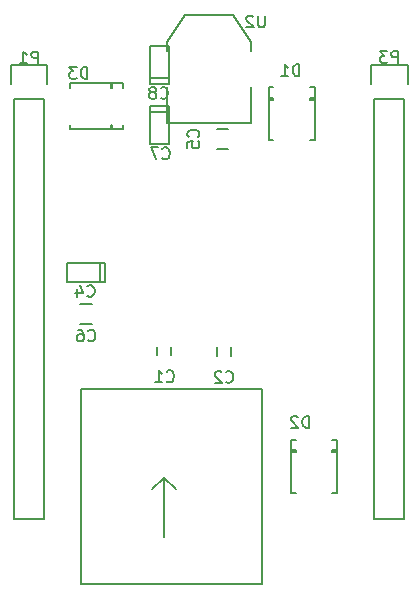
<source format=gbr>
G04 #@! TF.FileFunction,Legend,Bot*
%FSLAX46Y46*%
G04 Gerber Fmt 4.6, Leading zero omitted, Abs format (unit mm)*
G04 Created by KiCad (PCBNEW 4.0.4+e1-6308~48~ubuntu16.04.1-stable) date Thu Nov 24 17:46:36 2016*
%MOMM*%
%LPD*%
G01*
G04 APERTURE LIST*
%ADD10C,0.100000*%
%ADD11C,0.150000*%
G04 APERTURE END LIST*
D10*
D11*
X130220000Y-130880000D02*
X130220000Y-131580000D01*
X131420000Y-131580000D02*
X131420000Y-130880000D01*
X135300000Y-130920000D02*
X135300000Y-131620000D01*
X136500000Y-131620000D02*
X136500000Y-130920000D01*
X125343000Y-123787200D02*
X125343000Y-125412800D01*
X122599800Y-125412800D02*
X122599800Y-123787200D01*
X122599800Y-123787200D02*
X125800200Y-123787200D01*
X125800200Y-123787200D02*
X125800200Y-125412800D01*
X125800200Y-125412800D02*
X122599800Y-125412800D01*
X136250000Y-114080000D02*
X135250000Y-114080000D01*
X135250000Y-112380000D02*
X136250000Y-112380000D01*
X123700000Y-127250000D02*
X124700000Y-127250000D01*
X124700000Y-128950000D02*
X123700000Y-128950000D01*
X129587200Y-110957000D02*
X131212800Y-110957000D01*
X131212800Y-113700200D02*
X129587200Y-113700200D01*
X129587200Y-113700200D02*
X129587200Y-110499800D01*
X129587200Y-110499800D02*
X131212800Y-110499800D01*
X131212800Y-110499800D02*
X131212800Y-113700200D01*
X131212800Y-108143000D02*
X129587200Y-108143000D01*
X129587200Y-105399800D02*
X131212800Y-105399800D01*
X131212800Y-105399800D02*
X131212800Y-108600200D01*
X131212800Y-108600200D02*
X129587200Y-108600200D01*
X129587200Y-108600200D02*
X129587200Y-105399800D01*
X139060000Y-150930000D02*
X139060000Y-134430000D01*
X139060000Y-134430000D02*
X124310000Y-134430000D01*
X124310000Y-134430000D02*
X123810000Y-134430000D01*
X123810000Y-134430000D02*
X123810000Y-150930000D01*
X123810000Y-150930000D02*
X139060000Y-150930000D01*
X130810000Y-146930000D02*
X130810000Y-141930000D01*
X130810000Y-141930000D02*
X129810000Y-142930000D01*
X129810000Y-142930000D02*
X130810000Y-141930000D01*
X130810000Y-141930000D02*
X131810000Y-142930000D01*
X139660000Y-108880000D02*
X140060000Y-108880000D01*
X143560000Y-108880000D02*
X143160000Y-108880000D01*
X143560000Y-113380000D02*
X143160000Y-113380000D01*
X139660000Y-113380000D02*
X140060000Y-113380000D01*
X143560000Y-109780000D02*
X143160000Y-109780000D01*
X143160000Y-109780000D02*
X143160000Y-109930000D01*
X143160000Y-109930000D02*
X143560000Y-109930000D01*
X139660000Y-109780000D02*
X140060000Y-109780000D01*
X140060000Y-109780000D02*
X140060000Y-109930000D01*
X140060000Y-109930000D02*
X139660000Y-109930000D01*
X139660000Y-108880000D02*
X139660000Y-113380000D01*
X143560000Y-113380000D02*
X143560000Y-108880000D01*
X141550000Y-138710000D02*
X141950000Y-138710000D01*
X145450000Y-138710000D02*
X145050000Y-138710000D01*
X145450000Y-143210000D02*
X145050000Y-143210000D01*
X141550000Y-143210000D02*
X141950000Y-143210000D01*
X145450000Y-139610000D02*
X145050000Y-139610000D01*
X145050000Y-139610000D02*
X145050000Y-139760000D01*
X145050000Y-139760000D02*
X145450000Y-139760000D01*
X141550000Y-139610000D02*
X141950000Y-139610000D01*
X141950000Y-139610000D02*
X141950000Y-139760000D01*
X141950000Y-139760000D02*
X141550000Y-139760000D01*
X141550000Y-138710000D02*
X141550000Y-143210000D01*
X145450000Y-143210000D02*
X145450000Y-138710000D01*
X127330000Y-108540000D02*
X127330000Y-108940000D01*
X127330000Y-112440000D02*
X127330000Y-112040000D01*
X122830000Y-112440000D02*
X122830000Y-112040000D01*
X122830000Y-108540000D02*
X122830000Y-108940000D01*
X126430000Y-112440000D02*
X126430000Y-112040000D01*
X126430000Y-112040000D02*
X126280000Y-112040000D01*
X126280000Y-112040000D02*
X126280000Y-112440000D01*
X126430000Y-108540000D02*
X126430000Y-108940000D01*
X126430000Y-108940000D02*
X126280000Y-108940000D01*
X126280000Y-108940000D02*
X126280000Y-108540000D01*
X127330000Y-108540000D02*
X122830000Y-108540000D01*
X122830000Y-112440000D02*
X127330000Y-112440000D01*
X120650000Y-109855000D02*
X120650000Y-145415000D01*
X120650000Y-145415000D02*
X118110000Y-145415000D01*
X118110000Y-145415000D02*
X118110000Y-109855000D01*
X117830000Y-107035000D02*
X117830000Y-108585000D01*
X118110000Y-109855000D02*
X120650000Y-109855000D01*
X120930000Y-108585000D02*
X120930000Y-107035000D01*
X120930000Y-107035000D02*
X117830000Y-107035000D01*
X151150000Y-109855000D02*
X151150000Y-145415000D01*
X151150000Y-145415000D02*
X148610000Y-145415000D01*
X148610000Y-145415000D02*
X148610000Y-109855000D01*
X148330000Y-107035000D02*
X148330000Y-108585000D01*
X148610000Y-109855000D02*
X151150000Y-109855000D01*
X151430000Y-108585000D02*
X151430000Y-107035000D01*
X151430000Y-107035000D02*
X148330000Y-107035000D01*
X138176000Y-108839000D02*
X138176000Y-111887000D01*
X138176000Y-111887000D02*
X131064000Y-111887000D01*
X131064000Y-111887000D02*
X131064000Y-108839000D01*
X138176000Y-105791000D02*
X138176000Y-105029000D01*
X138176000Y-105029000D02*
X136652000Y-102743000D01*
X136652000Y-102743000D02*
X132588000Y-102743000D01*
X132588000Y-102743000D02*
X131064000Y-105029000D01*
X131064000Y-105029000D02*
X131064000Y-105791000D01*
X131016666Y-133762143D02*
X131064285Y-133809762D01*
X131207142Y-133857381D01*
X131302380Y-133857381D01*
X131445238Y-133809762D01*
X131540476Y-133714524D01*
X131588095Y-133619286D01*
X131635714Y-133428810D01*
X131635714Y-133285952D01*
X131588095Y-133095476D01*
X131540476Y-133000238D01*
X131445238Y-132905000D01*
X131302380Y-132857381D01*
X131207142Y-132857381D01*
X131064285Y-132905000D01*
X131016666Y-132952619D01*
X130064285Y-133857381D02*
X130635714Y-133857381D01*
X130350000Y-133857381D02*
X130350000Y-132857381D01*
X130445238Y-133000238D01*
X130540476Y-133095476D01*
X130635714Y-133143095D01*
X136036666Y-133832143D02*
X136084285Y-133879762D01*
X136227142Y-133927381D01*
X136322380Y-133927381D01*
X136465238Y-133879762D01*
X136560476Y-133784524D01*
X136608095Y-133689286D01*
X136655714Y-133498810D01*
X136655714Y-133355952D01*
X136608095Y-133165476D01*
X136560476Y-133070238D01*
X136465238Y-132975000D01*
X136322380Y-132927381D01*
X136227142Y-132927381D01*
X136084285Y-132975000D01*
X136036666Y-133022619D01*
X135655714Y-133022619D02*
X135608095Y-132975000D01*
X135512857Y-132927381D01*
X135274761Y-132927381D01*
X135179523Y-132975000D01*
X135131904Y-133022619D01*
X135084285Y-133117857D01*
X135084285Y-133213095D01*
X135131904Y-133355952D01*
X135703333Y-133927381D01*
X135084285Y-133927381D01*
X124296666Y-126547143D02*
X124344285Y-126594762D01*
X124487142Y-126642381D01*
X124582380Y-126642381D01*
X124725238Y-126594762D01*
X124820476Y-126499524D01*
X124868095Y-126404286D01*
X124915714Y-126213810D01*
X124915714Y-126070952D01*
X124868095Y-125880476D01*
X124820476Y-125785238D01*
X124725238Y-125690000D01*
X124582380Y-125642381D01*
X124487142Y-125642381D01*
X124344285Y-125690000D01*
X124296666Y-125737619D01*
X123439523Y-125975714D02*
X123439523Y-126642381D01*
X123677619Y-125594762D02*
X123915714Y-126309048D01*
X123296666Y-126309048D01*
X133682143Y-113088334D02*
X133729762Y-113040715D01*
X133777381Y-112897858D01*
X133777381Y-112802620D01*
X133729762Y-112659762D01*
X133634524Y-112564524D01*
X133539286Y-112516905D01*
X133348810Y-112469286D01*
X133205952Y-112469286D01*
X133015476Y-112516905D01*
X132920238Y-112564524D01*
X132825000Y-112659762D01*
X132777381Y-112802620D01*
X132777381Y-112897858D01*
X132825000Y-113040715D01*
X132872619Y-113088334D01*
X132777381Y-113993096D02*
X132777381Y-113516905D01*
X133253571Y-113469286D01*
X133205952Y-113516905D01*
X133158333Y-113612143D01*
X133158333Y-113850239D01*
X133205952Y-113945477D01*
X133253571Y-113993096D01*
X133348810Y-114040715D01*
X133586905Y-114040715D01*
X133682143Y-113993096D01*
X133729762Y-113945477D01*
X133777381Y-113850239D01*
X133777381Y-113612143D01*
X133729762Y-113516905D01*
X133682143Y-113469286D01*
X124376666Y-130317143D02*
X124424285Y-130364762D01*
X124567142Y-130412381D01*
X124662380Y-130412381D01*
X124805238Y-130364762D01*
X124900476Y-130269524D01*
X124948095Y-130174286D01*
X124995714Y-129983810D01*
X124995714Y-129840952D01*
X124948095Y-129650476D01*
X124900476Y-129555238D01*
X124805238Y-129460000D01*
X124662380Y-129412381D01*
X124567142Y-129412381D01*
X124424285Y-129460000D01*
X124376666Y-129507619D01*
X123519523Y-129412381D02*
X123710000Y-129412381D01*
X123805238Y-129460000D01*
X123852857Y-129507619D01*
X123948095Y-129650476D01*
X123995714Y-129840952D01*
X123995714Y-130221905D01*
X123948095Y-130317143D01*
X123900476Y-130364762D01*
X123805238Y-130412381D01*
X123614761Y-130412381D01*
X123519523Y-130364762D01*
X123471904Y-130317143D01*
X123424285Y-130221905D01*
X123424285Y-129983810D01*
X123471904Y-129888571D01*
X123519523Y-129840952D01*
X123614761Y-129793333D01*
X123805238Y-129793333D01*
X123900476Y-129840952D01*
X123948095Y-129888571D01*
X123995714Y-129983810D01*
X130656666Y-114887143D02*
X130704285Y-114934762D01*
X130847142Y-114982381D01*
X130942380Y-114982381D01*
X131085238Y-114934762D01*
X131180476Y-114839524D01*
X131228095Y-114744286D01*
X131275714Y-114553810D01*
X131275714Y-114410952D01*
X131228095Y-114220476D01*
X131180476Y-114125238D01*
X131085238Y-114030000D01*
X130942380Y-113982381D01*
X130847142Y-113982381D01*
X130704285Y-114030000D01*
X130656666Y-114077619D01*
X130323333Y-113982381D02*
X129656666Y-113982381D01*
X130085238Y-114982381D01*
X130506666Y-109777143D02*
X130554285Y-109824762D01*
X130697142Y-109872381D01*
X130792380Y-109872381D01*
X130935238Y-109824762D01*
X131030476Y-109729524D01*
X131078095Y-109634286D01*
X131125714Y-109443810D01*
X131125714Y-109300952D01*
X131078095Y-109110476D01*
X131030476Y-109015238D01*
X130935238Y-108920000D01*
X130792380Y-108872381D01*
X130697142Y-108872381D01*
X130554285Y-108920000D01*
X130506666Y-108967619D01*
X129935238Y-109300952D02*
X130030476Y-109253333D01*
X130078095Y-109205714D01*
X130125714Y-109110476D01*
X130125714Y-109062857D01*
X130078095Y-108967619D01*
X130030476Y-108920000D01*
X129935238Y-108872381D01*
X129744761Y-108872381D01*
X129649523Y-108920000D01*
X129601904Y-108967619D01*
X129554285Y-109062857D01*
X129554285Y-109110476D01*
X129601904Y-109205714D01*
X129649523Y-109253333D01*
X129744761Y-109300952D01*
X129935238Y-109300952D01*
X130030476Y-109348571D01*
X130078095Y-109396190D01*
X130125714Y-109491429D01*
X130125714Y-109681905D01*
X130078095Y-109777143D01*
X130030476Y-109824762D01*
X129935238Y-109872381D01*
X129744761Y-109872381D01*
X129649523Y-109824762D01*
X129601904Y-109777143D01*
X129554285Y-109681905D01*
X129554285Y-109491429D01*
X129601904Y-109396190D01*
X129649523Y-109348571D01*
X129744761Y-109300952D01*
X142263095Y-107947381D02*
X142263095Y-106947381D01*
X142025000Y-106947381D01*
X141882142Y-106995000D01*
X141786904Y-107090238D01*
X141739285Y-107185476D01*
X141691666Y-107375952D01*
X141691666Y-107518810D01*
X141739285Y-107709286D01*
X141786904Y-107804524D01*
X141882142Y-107899762D01*
X142025000Y-107947381D01*
X142263095Y-107947381D01*
X140739285Y-107947381D02*
X141310714Y-107947381D01*
X141025000Y-107947381D02*
X141025000Y-106947381D01*
X141120238Y-107090238D01*
X141215476Y-107185476D01*
X141310714Y-107233095D01*
X143078095Y-137732381D02*
X143078095Y-136732381D01*
X142840000Y-136732381D01*
X142697142Y-136780000D01*
X142601904Y-136875238D01*
X142554285Y-136970476D01*
X142506666Y-137160952D01*
X142506666Y-137303810D01*
X142554285Y-137494286D01*
X142601904Y-137589524D01*
X142697142Y-137684762D01*
X142840000Y-137732381D01*
X143078095Y-137732381D01*
X142125714Y-136827619D02*
X142078095Y-136780000D01*
X141982857Y-136732381D01*
X141744761Y-136732381D01*
X141649523Y-136780000D01*
X141601904Y-136827619D01*
X141554285Y-136922857D01*
X141554285Y-137018095D01*
X141601904Y-137160952D01*
X142173333Y-137732381D01*
X141554285Y-137732381D01*
X124303095Y-108162381D02*
X124303095Y-107162381D01*
X124065000Y-107162381D01*
X123922142Y-107210000D01*
X123826904Y-107305238D01*
X123779285Y-107400476D01*
X123731666Y-107590952D01*
X123731666Y-107733810D01*
X123779285Y-107924286D01*
X123826904Y-108019524D01*
X123922142Y-108114762D01*
X124065000Y-108162381D01*
X124303095Y-108162381D01*
X123398333Y-107162381D02*
X122779285Y-107162381D01*
X123112619Y-107543333D01*
X122969761Y-107543333D01*
X122874523Y-107590952D01*
X122826904Y-107638571D01*
X122779285Y-107733810D01*
X122779285Y-107971905D01*
X122826904Y-108067143D01*
X122874523Y-108114762D01*
X122969761Y-108162381D01*
X123255476Y-108162381D01*
X123350714Y-108114762D01*
X123398333Y-108067143D01*
X120128095Y-106862381D02*
X120128095Y-105862381D01*
X119747142Y-105862381D01*
X119651904Y-105910000D01*
X119604285Y-105957619D01*
X119556666Y-106052857D01*
X119556666Y-106195714D01*
X119604285Y-106290952D01*
X119651904Y-106338571D01*
X119747142Y-106386190D01*
X120128095Y-106386190D01*
X118604285Y-106862381D02*
X119175714Y-106862381D01*
X118890000Y-106862381D02*
X118890000Y-105862381D01*
X118985238Y-106005238D01*
X119080476Y-106100476D01*
X119175714Y-106148095D01*
X150613095Y-106832381D02*
X150613095Y-105832381D01*
X150232142Y-105832381D01*
X150136904Y-105880000D01*
X150089285Y-105927619D01*
X150041666Y-106022857D01*
X150041666Y-106165714D01*
X150089285Y-106260952D01*
X150136904Y-106308571D01*
X150232142Y-106356190D01*
X150613095Y-106356190D01*
X149708333Y-105832381D02*
X149089285Y-105832381D01*
X149422619Y-106213333D01*
X149279761Y-106213333D01*
X149184523Y-106260952D01*
X149136904Y-106308571D01*
X149089285Y-106403810D01*
X149089285Y-106641905D01*
X149136904Y-106737143D01*
X149184523Y-106784762D01*
X149279761Y-106832381D01*
X149565476Y-106832381D01*
X149660714Y-106784762D01*
X149708333Y-106737143D01*
X139331905Y-102822381D02*
X139331905Y-103631905D01*
X139284286Y-103727143D01*
X139236667Y-103774762D01*
X139141429Y-103822381D01*
X138950952Y-103822381D01*
X138855714Y-103774762D01*
X138808095Y-103727143D01*
X138760476Y-103631905D01*
X138760476Y-102822381D01*
X138331905Y-102917619D02*
X138284286Y-102870000D01*
X138189048Y-102822381D01*
X137950952Y-102822381D01*
X137855714Y-102870000D01*
X137808095Y-102917619D01*
X137760476Y-103012857D01*
X137760476Y-103108095D01*
X137808095Y-103250952D01*
X138379524Y-103822381D01*
X137760476Y-103822381D01*
M02*

</source>
